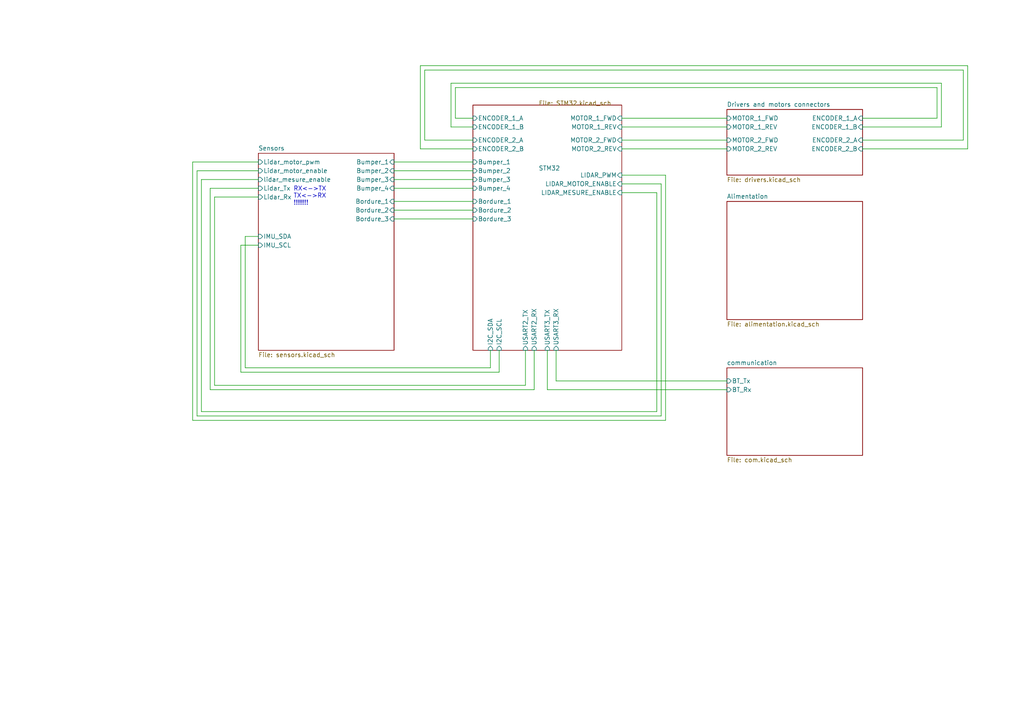
<source format=kicad_sch>
(kicad_sch (version 20230121) (generator eeschema)

  (uuid b1ddc66d-dbe7-4cff-b97f-1f0ce7ceeee4)

  (paper "A4")

  (title_block
    (title "feuille principale")
    (date "2023-09-19")
    (rev "0.1")
    (company "martifredomax corp.")
  )

  (lib_symbols
  )


  (wire (pts (xy 123.19 40.64) (xy 137.16 40.64))
    (stroke (width 0) (type default))
    (uuid 00baeb87-1377-48e3-9e6a-c486125f57a2)
  )
  (wire (pts (xy 152.4 111.76) (xy 152.4 101.6))
    (stroke (width 0) (type default))
    (uuid 01a2ed7b-caf1-4984-ae75-e363c3f34e99)
  )
  (wire (pts (xy 142.24 101.6) (xy 142.24 106.68))
    (stroke (width 0) (type default))
    (uuid 034b1ee8-abe8-4377-a675-54e4bd61a285)
  )
  (wire (pts (xy 71.12 106.68) (xy 71.12 68.58))
    (stroke (width 0) (type default))
    (uuid 039d3922-484e-4d29-b6f6-d2f70c4e30a4)
  )
  (wire (pts (xy 130.81 36.83) (xy 137.16 36.83))
    (stroke (width 0) (type default))
    (uuid 0bc1ac53-3235-4f35-934e-7b5ab185beba)
  )
  (wire (pts (xy 62.23 111.76) (xy 62.23 57.15))
    (stroke (width 0) (type default))
    (uuid 117637e8-2e90-4a53-8936-2c8c0248b612)
  )
  (wire (pts (xy 69.85 71.12) (xy 74.93 71.12))
    (stroke (width 0) (type default))
    (uuid 1894479d-c7c8-484a-b0d9-3fea54dcbe94)
  )
  (wire (pts (xy 161.29 110.49) (xy 210.82 110.49))
    (stroke (width 0) (type default))
    (uuid 1c5ddcb3-67c0-495c-ac85-c515f18d6fd3)
  )
  (wire (pts (xy 161.29 101.6) (xy 161.29 110.49))
    (stroke (width 0) (type default))
    (uuid 1d06c314-4802-488b-8be7-05c5ddce783f)
  )
  (wire (pts (xy 114.3 58.42) (xy 137.16 58.42))
    (stroke (width 0) (type default))
    (uuid 20fb2c5a-f471-4095-ae50-c69bede523fe)
  )
  (wire (pts (xy 142.24 106.68) (xy 71.12 106.68))
    (stroke (width 0) (type default))
    (uuid 22085ca5-f931-490e-a7af-81044e4db140)
  )
  (wire (pts (xy 144.78 101.6) (xy 144.78 107.95))
    (stroke (width 0) (type default))
    (uuid 2215d9f1-7206-4251-a2fc-edf9f08e0a06)
  )
  (wire (pts (xy 280.67 43.18) (xy 280.67 19.05))
    (stroke (width 0) (type default))
    (uuid 2518f81f-f1bb-4b68-b833-27ed232f9233)
  )
  (wire (pts (xy 55.88 121.92) (xy 55.88 46.99))
    (stroke (width 0) (type default))
    (uuid 304ba3d2-ee6a-464f-86be-610b18173fdf)
  )
  (wire (pts (xy 273.05 24.13) (xy 130.81 24.13))
    (stroke (width 0) (type default))
    (uuid 346a0f5c-afa5-4da4-a380-d62ce04dde13)
  )
  (wire (pts (xy 114.3 63.5) (xy 137.16 63.5))
    (stroke (width 0) (type default))
    (uuid 35b76afe-8d9d-453e-81ec-8f2241a16257)
  )
  (wire (pts (xy 271.78 25.4) (xy 132.08 25.4))
    (stroke (width 0) (type default))
    (uuid 3691e116-e66e-4858-824a-6e41ca047831)
  )
  (wire (pts (xy 55.88 46.99) (xy 74.93 46.99))
    (stroke (width 0) (type default))
    (uuid 370dca18-d796-4992-b809-cffaf5a27692)
  )
  (wire (pts (xy 121.92 19.05) (xy 121.92 43.18))
    (stroke (width 0) (type default))
    (uuid 3d2f1ea4-5c0d-4784-93ea-ad78ef28be55)
  )
  (wire (pts (xy 250.19 34.29) (xy 271.78 34.29))
    (stroke (width 0) (type default))
    (uuid 42494cb8-7686-46f4-a193-b8a241ab5c17)
  )
  (wire (pts (xy 114.3 52.07) (xy 137.16 52.07))
    (stroke (width 0) (type default))
    (uuid 47146002-2587-4b82-9597-73ec68e75c3c)
  )
  (wire (pts (xy 132.08 34.29) (xy 137.16 34.29))
    (stroke (width 0) (type default))
    (uuid 48eb774f-64d5-40e1-a255-ea1142b35c35)
  )
  (wire (pts (xy 250.19 43.18) (xy 280.67 43.18))
    (stroke (width 0) (type default))
    (uuid 4a07cb37-8615-4e4c-be61-fb1269a99cac)
  )
  (wire (pts (xy 180.34 34.29) (xy 210.82 34.29))
    (stroke (width 0) (type default))
    (uuid 4b0c6de0-300a-4290-8356-d042d6bd730c)
  )
  (wire (pts (xy 193.04 50.8) (xy 193.04 121.92))
    (stroke (width 0) (type default))
    (uuid 53ee258d-e037-4949-869a-44ce83a2e698)
  )
  (wire (pts (xy 190.5 55.88) (xy 190.5 119.38))
    (stroke (width 0) (type default))
    (uuid 5658af55-1058-435b-86e1-8271942d8b38)
  )
  (wire (pts (xy 190.5 119.38) (xy 58.42 119.38))
    (stroke (width 0) (type default))
    (uuid 5b94b6cc-daac-4570-9034-21da7509e5c0)
  )
  (wire (pts (xy 271.78 34.29) (xy 271.78 25.4))
    (stroke (width 0) (type default))
    (uuid 5ca4256c-6f61-49f2-b7cf-f33ca2375c27)
  )
  (wire (pts (xy 60.96 113.03) (xy 60.96 54.61))
    (stroke (width 0) (type default))
    (uuid 5d77dc21-d5d7-4861-9617-0ef117d17f3f)
  )
  (wire (pts (xy 154.94 101.6) (xy 154.94 113.03))
    (stroke (width 0) (type default))
    (uuid 5db114d1-3b1b-4257-b88c-aeb569e4d745)
  )
  (wire (pts (xy 180.34 55.88) (xy 190.5 55.88))
    (stroke (width 0) (type default))
    (uuid 60992168-0bf6-475a-ae36-e9dcb52b4722)
  )
  (wire (pts (xy 114.3 49.53) (xy 137.16 49.53))
    (stroke (width 0) (type default))
    (uuid 64ab5baa-f79a-44fe-81f4-4c43acb311e0)
  )
  (wire (pts (xy 180.34 40.64) (xy 210.82 40.64))
    (stroke (width 0) (type default))
    (uuid 6b14725c-fd83-4f87-a1f3-65f63cb9a622)
  )
  (wire (pts (xy 62.23 111.76) (xy 152.4 111.76))
    (stroke (width 0) (type default))
    (uuid 6bc7068d-66c0-4164-80b9-aff52e72348a)
  )
  (wire (pts (xy 180.34 53.34) (xy 191.77 53.34))
    (stroke (width 0) (type default))
    (uuid 719bcc0b-a4c3-4175-8ca9-2fcbeb22e555)
  )
  (wire (pts (xy 132.08 25.4) (xy 132.08 34.29))
    (stroke (width 0) (type default))
    (uuid 7233e2e5-2dc9-42e0-bec6-12e098dac8e1)
  )
  (wire (pts (xy 279.4 20.32) (xy 123.19 20.32))
    (stroke (width 0) (type default))
    (uuid 75c52f29-da90-4e41-af37-fd1ab4559603)
  )
  (wire (pts (xy 279.4 40.64) (xy 279.4 20.32))
    (stroke (width 0) (type default))
    (uuid 7a70ffc6-5fb1-4a8e-8b3c-031c8186e51f)
  )
  (wire (pts (xy 114.3 54.61) (xy 137.16 54.61))
    (stroke (width 0) (type default))
    (uuid 7e82c87d-63bb-400f-a53c-6fb14debb69a)
  )
  (wire (pts (xy 114.3 60.96) (xy 137.16 60.96))
    (stroke (width 0) (type default))
    (uuid 85f05d3d-4ef5-432e-bb00-3c6cda6570db)
  )
  (wire (pts (xy 123.19 20.32) (xy 123.19 40.64))
    (stroke (width 0) (type default))
    (uuid 88c74524-a200-4a2e-b34b-dae203599ad4)
  )
  (wire (pts (xy 60.96 54.61) (xy 74.93 54.61))
    (stroke (width 0) (type default))
    (uuid 8a975469-ad8f-4f2d-9a2b-98213f860a96)
  )
  (wire (pts (xy 114.3 46.99) (xy 137.16 46.99))
    (stroke (width 0) (type default))
    (uuid 8e73a177-45a9-4499-875f-85972e91bb7a)
  )
  (wire (pts (xy 210.82 113.03) (xy 158.75 113.03))
    (stroke (width 0) (type default))
    (uuid 9b2647ce-446f-46dd-8114-ca951990d842)
  )
  (wire (pts (xy 193.04 121.92) (xy 55.88 121.92))
    (stroke (width 0) (type default))
    (uuid 9fa4e1bf-d02d-4aab-ace6-d1354bfe2174)
  )
  (wire (pts (xy 154.94 113.03) (xy 60.96 113.03))
    (stroke (width 0) (type default))
    (uuid 9fab154a-9ad5-4f16-8580-0548053bd1f3)
  )
  (wire (pts (xy 69.85 107.95) (xy 144.78 107.95))
    (stroke (width 0) (type default))
    (uuid a5ec363e-18ee-4cc3-a37f-5277279770c6)
  )
  (wire (pts (xy 180.34 43.18) (xy 210.82 43.18))
    (stroke (width 0) (type default))
    (uuid a9e8d0cc-fd1f-49a6-8cfd-67502d6fcd84)
  )
  (wire (pts (xy 191.77 120.65) (xy 57.15 120.65))
    (stroke (width 0) (type default))
    (uuid abea4d39-67d3-43df-a81f-c13692a302a1)
  )
  (wire (pts (xy 121.92 43.18) (xy 137.16 43.18))
    (stroke (width 0) (type default))
    (uuid ac0f2ec3-4453-421d-a10a-eeff5d4db132)
  )
  (wire (pts (xy 280.67 19.05) (xy 121.92 19.05))
    (stroke (width 0) (type default))
    (uuid bb8b9594-798e-40e8-a352-057d21b7e9c1)
  )
  (wire (pts (xy 71.12 68.58) (xy 74.93 68.58))
    (stroke (width 0) (type default))
    (uuid c0098cdb-457c-4487-8f5e-43104d242d07)
  )
  (wire (pts (xy 273.05 36.83) (xy 273.05 24.13))
    (stroke (width 0) (type default))
    (uuid c19aea4d-9ee2-4b72-b97e-20a09fb29876)
  )
  (wire (pts (xy 130.81 24.13) (xy 130.81 36.83))
    (stroke (width 0) (type default))
    (uuid c34d073c-d1ba-4242-8696-5ddf3adc1c14)
  )
  (wire (pts (xy 250.19 36.83) (xy 273.05 36.83))
    (stroke (width 0) (type default))
    (uuid cb290e87-7d26-4e1e-89e4-bb80d806cc3a)
  )
  (wire (pts (xy 69.85 107.95) (xy 69.85 71.12))
    (stroke (width 0) (type default))
    (uuid ce505dd3-d014-41be-ba30-cef1989bbf52)
  )
  (wire (pts (xy 58.42 52.07) (xy 74.93 52.07))
    (stroke (width 0) (type default))
    (uuid d7da45e8-0c3e-499c-9053-c7aa514c1b70)
  )
  (wire (pts (xy 158.75 101.6) (xy 158.75 113.03))
    (stroke (width 0) (type default))
    (uuid dce2e494-3327-4fa2-a571-22d6fdd1a4d7)
  )
  (wire (pts (xy 180.34 36.83) (xy 210.82 36.83))
    (stroke (width 0) (type default))
    (uuid de690563-0f25-4710-8abd-454bd9696e55)
  )
  (wire (pts (xy 57.15 49.53) (xy 74.93 49.53))
    (stroke (width 0) (type default))
    (uuid e3ba8802-66a6-47e0-80ca-45ae6e4535a0)
  )
  (wire (pts (xy 191.77 53.34) (xy 191.77 120.65))
    (stroke (width 0) (type default))
    (uuid e4d21807-6158-4abe-8411-2f7d813166c7)
  )
  (wire (pts (xy 57.15 120.65) (xy 57.15 49.53))
    (stroke (width 0) (type default))
    (uuid e51ed09b-2fcf-4066-b3eb-5d0168286beb)
  )
  (wire (pts (xy 250.19 40.64) (xy 279.4 40.64))
    (stroke (width 0) (type default))
    (uuid ebc2652a-1036-4f9f-b537-8182c55a7287)
  )
  (wire (pts (xy 58.42 119.38) (xy 58.42 52.07))
    (stroke (width 0) (type default))
    (uuid ec34800d-f822-4c90-9d59-f9c16091f66c)
  )
  (wire (pts (xy 62.23 57.15) (xy 74.93 57.15))
    (stroke (width 0) (type default))
    (uuid ee6af810-447d-490e-b06b-c4c181098156)
  )
  (wire (pts (xy 180.34 50.8) (xy 193.04 50.8))
    (stroke (width 0) (type default))
    (uuid f108fb7e-ae6f-45c1-a92b-cff582734cc6)
  )

  (text "RX<->TX\nTX<->RX\n!!!!!!!" (at 85.09 59.69 0)
    (effects (font (size 1.27 1.27)) (justify left bottom))
    (uuid a987f287-03cd-4dbe-ab16-a8825b3eb0b0)
  )

  (sheet (at 74.93 44.45) (size 39.37 57.15) (fields_autoplaced)
    (stroke (width 0.1524) (type solid))
    (fill (color 0 0 0 0.0000))
    (uuid 1d2079b7-f9a0-4747-bb76-648b078e7186)
    (property "Sheetname" "Sensors" (at 74.93 43.7384 0)
      (effects (font (size 1.27 1.27)) (justify left bottom))
    )
    (property "Sheetfile" "sensors.kicad_sch" (at 74.93 102.1846 0)
      (effects (font (size 1.27 1.27)) (justify left top))
    )
    (pin "Bumper_2" input (at 114.3 49.53 0)
      (effects (font (size 1.27 1.27)) (justify right))
      (uuid 901146f5-c73c-4a78-9d8a-ac0b776e1174)
    )
    (pin "Bumper_1" input (at 114.3 46.99 0)
      (effects (font (size 1.27 1.27)) (justify right))
      (uuid 40b66743-63cf-436d-a1fc-b6288ae40a7e)
    )
    (pin "Bumper_3" input (at 114.3 52.07 0)
      (effects (font (size 1.27 1.27)) (justify right))
      (uuid 2ae25575-1770-4b7b-a480-5df9b3f0e549)
    )
    (pin "Bumper_4" input (at 114.3 54.61 0)
      (effects (font (size 1.27 1.27)) (justify right))
      (uuid 79a26779-b3a0-47b5-a3d8-bd550dea93a2)
    )
    (pin "Lidar_Tx" input (at 74.93 54.61 180)
      (effects (font (size 1.27 1.27)) (justify left))
      (uuid 105aead6-971e-4345-a5ce-33a8e0e89b4d)
    )
    (pin "Lidar_Rx" input (at 74.93 57.15 180)
      (effects (font (size 1.27 1.27)) (justify left))
      (uuid a9a23d6a-62ac-4fd8-857d-2db49caeb818)
    )
    (pin "Bordure_2" input (at 114.3 60.96 0)
      (effects (font (size 1.27 1.27)) (justify right))
      (uuid 2dd859fb-6fd3-4949-b681-58b10c9dec0f)
    )
    (pin "Bordure_3" input (at 114.3 63.5 0)
      (effects (font (size 1.27 1.27)) (justify right))
      (uuid f4f6fa79-72a2-4153-bc6f-e2c5176d25eb)
    )
    (pin "Bordure_1" input (at 114.3 58.42 0)
      (effects (font (size 1.27 1.27)) (justify right))
      (uuid 505bc601-275e-4828-a3b1-cb0c986211b2)
    )
    (pin "Lidar_motor_enable" input (at 74.93 49.53 180)
      (effects (font (size 1.27 1.27)) (justify left))
      (uuid 8e896896-6d22-4aec-9f7f-ab28ca8c1e7f)
    )
    (pin "Lidar_motor_pwm" input (at 74.93 46.99 180)
      (effects (font (size 1.27 1.27)) (justify left))
      (uuid 2ba63a05-9daa-40af-a77f-1b47e9c133ef)
    )
    (pin "lidar_mesure_enable" input (at 74.93 52.07 180)
      (effects (font (size 1.27 1.27)) (justify left))
      (uuid aec0f906-32b7-4cd4-868c-eb12a13a9206)
    )
    (pin "IMU_SDA" input (at 74.93 68.58 180)
      (effects (font (size 1.27 1.27)) (justify left))
      (uuid bb3fb96f-da53-4c75-86d3-252a63f74e92)
    )
    (pin "IMU_SCL" input (at 74.93 71.12 180)
      (effects (font (size 1.27 1.27)) (justify left))
      (uuid b1a31045-0c5b-4db4-94bf-2738a4b98104)
    )
    (instances
      (project "kicad_chat-souris"
        (path "/b1ddc66d-dbe7-4cff-b97f-1f0ce7ceeee4" (page "5"))
      )
    )
  )

  (sheet (at 210.82 106.68) (size 39.37 25.4) (fields_autoplaced)
    (stroke (width 0.1524) (type solid))
    (fill (color 0 0 0 0.0000))
    (uuid 63d1225e-ee83-4c5c-82ff-c6e9c57c2395)
    (property "Sheetname" "communication" (at 210.82 105.9684 0)
      (effects (font (size 1.27 1.27)) (justify left bottom))
    )
    (property "Sheetfile" "com.kicad_sch" (at 210.82 132.6646 0)
      (effects (font (size 1.27 1.27)) (justify left top))
    )
    (pin "BT_Tx" input (at 210.82 110.49 180)
      (effects (font (size 1.27 1.27)) (justify left))
      (uuid e8ee8183-f163-4e87-a674-08cf44298efe)
    )
    (pin "BT_Rx" input (at 210.82 113.03 180)
      (effects (font (size 1.27 1.27)) (justify left))
      (uuid 33dd18aa-17be-45c6-b699-67dc62c859a9)
    )
    (instances
      (project "kicad_chat-souris"
        (path "/b1ddc66d-dbe7-4cff-b97f-1f0ce7ceeee4" (page "7"))
      )
    )
  )

  (sheet (at 210.82 58.42) (size 39.37 34.29) (fields_autoplaced)
    (stroke (width 0.1524) (type solid))
    (fill (color 0 0 0 0.0000))
    (uuid 6a44a42c-5fbe-4248-b986-7ff99c499b51)
    (property "Sheetname" "Alimentation" (at 210.82 57.7084 0)
      (effects (font (size 1.27 1.27)) (justify left bottom))
    )
    (property "Sheetfile" "alimentation.kicad_sch" (at 210.82 93.2946 0)
      (effects (font (size 1.27 1.27)) (justify left top))
    )
    (instances
      (project "kicad_chat-souris"
        (path "/b1ddc66d-dbe7-4cff-b97f-1f0ce7ceeee4" (page "3"))
      )
    )
  )

  (sheet (at 137.16 30.48) (size 43.18 71.12)
    (stroke (width 0.1524) (type solid))
    (fill (color 0 0 0 0.0000))
    (uuid a13fe5f2-f6e5-4a93-b768-5d6eb675b5fa)
    (property "Sheetname" "STM32" (at 156.21 49.53 0)
      (effects (font (size 1.27 1.27)) (justify left bottom))
    )
    (property "Sheetfile" "STM32.kicad_sch" (at 156.21 29.21 0)
      (effects (font (size 1.27 1.27)) (justify left top))
    )
    (pin "MOTOR_2_FWD" input (at 180.34 40.64 0)
      (effects (font (size 1.27 1.27)) (justify right))
      (uuid ad9b16ac-028d-4dd1-ae01-e0c10d199d11)
    )
    (pin "MOTOR_2_REV" input (at 180.34 43.18 0)
      (effects (font (size 1.27 1.27)) (justify right))
      (uuid f7178708-4e19-4974-afc3-393d8242eb22)
    )
    (pin "ENCODER_1_A" input (at 137.16 34.29 180)
      (effects (font (size 1.27 1.27)) (justify left))
      (uuid 703c90d6-1499-4788-b753-7416abbfb347)
    )
    (pin "ENCODER_1_B" input (at 137.16 36.83 180)
      (effects (font (size 1.27 1.27)) (justify left))
      (uuid 55aab814-8e17-4018-bbcf-9bdd498f253e)
    )
    (pin "MOTOR_1_FWD" input (at 180.34 34.29 0)
      (effects (font (size 1.27 1.27)) (justify right))
      (uuid 3082b67b-7034-47fe-9125-45b46776beba)
    )
    (pin "MOTOR_1_REV" input (at 180.34 36.83 0)
      (effects (font (size 1.27 1.27)) (justify right))
      (uuid 00a21a57-f94a-4ccd-9f5e-96c3b98ea421)
    )
    (pin "USART3_RX" input (at 161.29 101.6 270)
      (effects (font (size 1.27 1.27)) (justify left))
      (uuid f75a7c63-9685-405d-97e9-027979b304bc)
    )
    (pin "ENCODER_2_B" input (at 137.16 43.18 180)
      (effects (font (size 1.27 1.27)) (justify left))
      (uuid 507a55c6-9bf3-4ebf-be86-54311ce3972d)
    )
    (pin "USART3_TX" input (at 158.75 101.6 270)
      (effects (font (size 1.27 1.27)) (justify left))
      (uuid 18bf5f69-90a0-4123-9127-b96790c8cd7b)
    )
    (pin "I2C_SCL" input (at 144.78 101.6 270)
      (effects (font (size 1.27 1.27)) (justify left))
      (uuid cec95a4f-cce0-405f-8438-27f615863e00)
    )
    (pin "I2C_SDA" input (at 142.24 101.6 270)
      (effects (font (size 1.27 1.27)) (justify left))
      (uuid 590e660a-25f1-4479-a57a-3ca2fe37e4a1)
    )
    (pin "ENCODER_2_A" input (at 137.16 40.64 180)
      (effects (font (size 1.27 1.27)) (justify left))
      (uuid e2117ff6-71bc-4828-a75c-ca65ae65546e)
    )
    (pin "LIDAR_PWM" input (at 180.34 50.8 0)
      (effects (font (size 1.27 1.27)) (justify right))
      (uuid e3a8d27e-4d4a-448b-b274-0455b7b01410)
    )
    (pin "USART2_TX" input (at 152.4 101.6 270)
      (effects (font (size 1.27 1.27)) (justify left))
      (uuid 2cd321f7-96ce-453d-885e-84be5c9d63d8)
    )
    (pin "USART2_RX" input (at 154.94 101.6 270)
      (effects (font (size 1.27 1.27)) (justify left))
      (uuid dd27c21a-28e9-428d-adda-35551604f165)
    )
    (pin "Bumper_4" input (at 137.16 54.61 180)
      (effects (font (size 1.27 1.27)) (justify left))
      (uuid 3a4d8f2f-0313-4dfd-8c21-bd5f4bf245a1)
    )
    (pin "Bumper_3" input (at 137.16 52.07 180)
      (effects (font (size 1.27 1.27)) (justify left))
      (uuid d0d04f43-17c5-4b55-94f1-e25ed1dc37e1)
    )
    (pin "Bumper_2" input (at 137.16 49.53 180)
      (effects (font (size 1.27 1.27)) (justify left))
      (uuid 62d6bc57-d850-4bb7-beb4-77d5ca2dd567)
    )
    (pin "Bumper_1" input (at 137.16 46.99 180)
      (effects (font (size 1.27 1.27)) (justify left))
      (uuid ba0498cc-455c-4867-a776-b04ee5378edd)
    )
    (pin "Bordure_3" input (at 137.16 63.5 180)
      (effects (font (size 1.27 1.27)) (justify left))
      (uuid 6e147bcc-4277-48f9-944d-e09fb17ac384)
    )
    (pin "Bordure_1" input (at 137.16 58.42 180)
      (effects (font (size 1.27 1.27)) (justify left))
      (uuid 19a1193f-a168-4e4c-9191-fb4f0f3d9486)
    )
    (pin "Bordure_2" input (at 137.16 60.96 180)
      (effects (font (size 1.27 1.27)) (justify left))
      (uuid 4cea65b7-c247-4b9e-9c4e-c5a26ddebf75)
    )
    (pin "LIDAR_MOTOR_ENABLE" input (at 180.34 53.34 0)
      (effects (font (size 1.27 1.27)) (justify right))
      (uuid 381b4ad8-7c79-44be-8676-86e633342b41)
    )
    (pin "LIDAR_MESURE_ENABLE" input (at 180.34 55.88 0)
      (effects (font (size 1.27 1.27)) (justify right))
      (uuid 49fe2467-062a-467c-9c1c-a18a0758ca55)
    )
    (instances
      (project "kicad_chat-souris"
        (path "/b1ddc66d-dbe7-4cff-b97f-1f0ce7ceeee4" (page "2"))
      )
    )
  )

  (sheet (at 210.82 31.75) (size 39.37 19.05) (fields_autoplaced)
    (stroke (width 0.1524) (type solid))
    (fill (color 0 0 0 0.0000))
    (uuid e02fd429-6de0-42be-b82b-494bbb23caa2)
    (property "Sheetname" "Drivers and motors connectors" (at 210.82 31.0384 0)
      (effects (font (size 1.27 1.27)) (justify left bottom))
    )
    (property "Sheetfile" "drivers.kicad_sch" (at 210.82 51.3846 0)
      (effects (font (size 1.27 1.27)) (justify left top))
    )
    (pin "MOTOR_1_FWD" input (at 210.82 34.29 180)
      (effects (font (size 1.27 1.27)) (justify left))
      (uuid 04e72624-fd5e-4a32-8988-f90c3b3813ae)
    )
    (pin "MOTOR_1_REV" input (at 210.82 36.83 180)
      (effects (font (size 1.27 1.27)) (justify left))
      (uuid e0eb3e1b-bb65-41f2-a0f0-a7b32434433a)
    )
    (pin "MOTOR_2_FWD" input (at 210.82 40.64 180)
      (effects (font (size 1.27 1.27)) (justify left))
      (uuid 483076ae-934f-4817-9b64-7fb216e137f2)
    )
    (pin "MOTOR_2_REV" input (at 210.82 43.18 180)
      (effects (font (size 1.27 1.27)) (justify left))
      (uuid b99efb67-3fe9-4e01-b0a8-b3cbdd105eca)
    )
    (pin "ENCODER_2_A" input (at 250.19 40.64 0)
      (effects (font (size 1.27 1.27)) (justify right))
      (uuid 07dc61c6-499e-4b73-b459-c8583593ee4e)
    )
    (pin "ENCODER_2_B" input (at 250.19 43.18 0)
      (effects (font (size 1.27 1.27)) (justify right))
      (uuid 7fdcb911-76fb-4a5a-9e73-18b311590947)
    )
    (pin "ENCODER_1_B" input (at 250.19 36.83 0)
      (effects (font (size 1.27 1.27)) (justify right))
      (uuid 70ce8ccd-5c09-4412-916d-14aa9936714e)
    )
    (pin "ENCODER_1_A" input (at 250.19 34.29 0)
      (effects (font (size 1.27 1.27)) (justify right))
      (uuid d9d70c3b-83a0-4a50-bea4-ad3f0eb4a43c)
    )
    (instances
      (project "kicad_chat-souris"
        (path "/b1ddc66d-dbe7-4cff-b97f-1f0ce7ceeee4" (page "4"))
      )
    )
  )

  (sheet_instances
    (path "/" (page "1"))
  )
)

</source>
